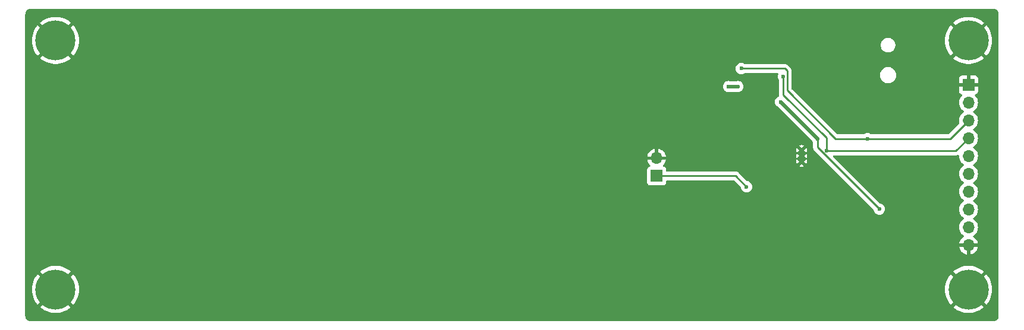
<source format=gbl>
%TF.GenerationSoftware,KiCad,Pcbnew,8.0.5*%
%TF.CreationDate,2024-12-09T00:18:15-08:00*%
%TF.ProjectId,newbatt,6e657762-6174-4742-9e6b-696361645f70,3*%
%TF.SameCoordinates,Original*%
%TF.FileFunction,Copper,L2,Bot*%
%TF.FilePolarity,Positive*%
%FSLAX46Y46*%
G04 Gerber Fmt 4.6, Leading zero omitted, Abs format (unit mm)*
G04 Created by KiCad (PCBNEW 8.0.5) date 2024-12-09 00:18:15*
%MOMM*%
%LPD*%
G01*
G04 APERTURE LIST*
%TA.AperFunction,ComponentPad*%
%ADD10C,3.600000*%
%TD*%
%TA.AperFunction,ConnectorPad*%
%ADD11C,5.700000*%
%TD*%
%TA.AperFunction,ComponentPad*%
%ADD12R,1.700000X1.700000*%
%TD*%
%TA.AperFunction,ComponentPad*%
%ADD13O,1.700000X1.700000*%
%TD*%
%TA.AperFunction,ComponentPad*%
%ADD14C,0.508000*%
%TD*%
%TA.AperFunction,ViaPad*%
%ADD15C,0.600000*%
%TD*%
%TA.AperFunction,Conductor*%
%ADD16C,0.250000*%
%TD*%
%TA.AperFunction,Conductor*%
%ADD17C,1.000000*%
%TD*%
%TA.AperFunction,Conductor*%
%ADD18C,0.500000*%
%TD*%
G04 APERTURE END LIST*
D10*
%TO.P,H4,1,1*%
%TO.N,0*%
X149500000Y-55250000D03*
D11*
X149500000Y-55250000D03*
%TD*%
D10*
%TO.P,H1,1,1*%
%TO.N,0*%
X19500000Y-19750000D03*
D11*
X19500000Y-19750000D03*
%TD*%
D10*
%TO.P,H3,1,1*%
%TO.N,0*%
X149500000Y-19750000D03*
D11*
X149500000Y-19750000D03*
%TD*%
D12*
%TO.P,J2,1,Pin_1*%
%TO.N,0*%
X149500000Y-26070000D03*
D13*
%TO.P,J2,2,Pin_2*%
%TO.N,Net-(J2-Pin_2)*%
X149500000Y-28610000D03*
%TO.P,J2,3,Pin_3*%
%TO.N,/~{PG}*%
X149500000Y-31150000D03*
%TO.P,J2,4,Pin_4*%
%TO.N,/~{CHG}*%
X149500000Y-33690000D03*
%TO.P,J2,5,Pin_5*%
%TO.N,Net-(J2-Pin_5)*%
X149500000Y-36230000D03*
%TO.P,J2,6,Pin_6*%
X149500000Y-38770000D03*
%TO.P,J2,7,Pin_7*%
%TO.N,/~{CHG}*%
X149500000Y-41310000D03*
%TO.P,J2,8,Pin_8*%
%TO.N,/~{PG}*%
X149500000Y-43850000D03*
%TO.P,J2,9,Pin_9*%
%TO.N,Net-(J2-Pin_2)*%
X149500000Y-46390000D03*
%TO.P,J2,10,Pin_10*%
%TO.N,0*%
X149500000Y-48930000D03*
%TD*%
D14*
%TO.P,U1,11,EPAD*%
%TO.N,0*%
X125750000Y-35425200D03*
X125750000Y-36212600D03*
X125750000Y-37000000D03*
%TD*%
D12*
%TO.P,TH1,1*%
%TO.N,Net-(U1-TS)*%
X105100000Y-39075000D03*
D13*
%TO.P,TH1,2*%
%TO.N,0*%
X105100000Y-36535000D03*
%TD*%
D10*
%TO.P,H2,1,1*%
%TO.N,0*%
X19500000Y-55250000D03*
D11*
X19500000Y-55250000D03*
%TD*%
D15*
%TO.N,0*%
X139500000Y-42000000D03*
X134500000Y-38000000D03*
X129500000Y-44000000D03*
X122000000Y-46950000D03*
X124100000Y-40600000D03*
X118200000Y-37900000D03*
X139500000Y-44500000D03*
X133500000Y-44500000D03*
X132300000Y-20400000D03*
X132700000Y-36700000D03*
%TO.N,/~{PG}*%
X117150000Y-23750000D03*
X135100000Y-33750000D03*
%TO.N,/~{CHG}*%
X129250000Y-35500000D03*
X123150000Y-24900000D03*
%TO.N,Net-(U1-TS)*%
X117900000Y-40600000D03*
%TO.N,Net-(JP8-B)*%
X122750000Y-28500000D03*
X116650000Y-26325000D03*
X128000000Y-33750000D03*
X136803769Y-43796231D03*
X115350000Y-26325000D03*
%TD*%
D16*
%TO.N,/~{PG}*%
X123675000Y-24057537D02*
X123367463Y-23750000D01*
X130550000Y-33750000D02*
X123675000Y-26875000D01*
X146900000Y-33750000D02*
X149500000Y-31150000D01*
X135100000Y-33750000D02*
X130550000Y-33750000D01*
X123675000Y-26875000D02*
X123675000Y-24057537D01*
X135100000Y-33750000D02*
X146900000Y-33750000D01*
X123367463Y-23750000D02*
X117150000Y-23750000D01*
D17*
%TO.N,Net-(J2-Pin_2)*%
X149390000Y-28500000D02*
X149500000Y-28610000D01*
D16*
%TO.N,/~{CHG}*%
X129250000Y-33650000D02*
X129250000Y-35500000D01*
X147690000Y-35500000D02*
X149500000Y-33690000D01*
X123150000Y-27550000D02*
X129250000Y-33650000D01*
X129250000Y-35500000D02*
X147690000Y-35500000D01*
X123150000Y-24900000D02*
X123150000Y-27550000D01*
%TO.N,Net-(U1-TS)*%
X117900000Y-40600000D02*
X116375000Y-39075000D01*
X116375000Y-39075000D02*
X105100000Y-39075000D01*
D18*
%TO.N,Net-(JP8-B)*%
X128000000Y-33750000D02*
X122750000Y-28500000D01*
X115350000Y-26325000D02*
X116650000Y-26325000D01*
D16*
X128000000Y-34992463D02*
X128000000Y-33750000D01*
X136803768Y-43796231D02*
X128000000Y-34992463D01*
X136803769Y-43796231D02*
X136803768Y-43796231D01*
%TD*%
%TA.AperFunction,Conductor*%
%TO.N,0*%
G36*
X153006061Y-15201097D02*
G01*
X153016051Y-15202080D01*
X153143824Y-15214665D01*
X153167652Y-15219404D01*
X153294277Y-15257815D01*
X153316725Y-15267114D01*
X153433406Y-15329482D01*
X153453616Y-15342986D01*
X153555891Y-15426920D01*
X153573079Y-15444108D01*
X153657012Y-15546381D01*
X153670517Y-15566593D01*
X153732883Y-15683271D01*
X153742186Y-15705728D01*
X153780593Y-15832338D01*
X153785335Y-15856180D01*
X153798903Y-15993938D01*
X153799500Y-16006092D01*
X153799500Y-58993907D01*
X153798903Y-59006061D01*
X153785335Y-59143819D01*
X153780593Y-59167661D01*
X153742186Y-59294271D01*
X153732883Y-59316728D01*
X153670517Y-59433406D01*
X153657012Y-59453618D01*
X153573079Y-59555891D01*
X153555891Y-59573079D01*
X153453618Y-59657012D01*
X153433406Y-59670517D01*
X153316728Y-59732883D01*
X153294271Y-59742186D01*
X153167661Y-59780593D01*
X153143819Y-59785335D01*
X153006062Y-59798903D01*
X152993908Y-59799500D01*
X16006092Y-59799500D01*
X15993938Y-59798903D01*
X15856180Y-59785335D01*
X15832340Y-59780593D01*
X15705728Y-59742186D01*
X15683271Y-59732883D01*
X15566593Y-59670517D01*
X15546381Y-59657012D01*
X15444108Y-59573079D01*
X15426920Y-59555891D01*
X15342986Y-59453616D01*
X15329482Y-59433406D01*
X15267116Y-59316728D01*
X15257815Y-59294277D01*
X15219404Y-59167652D01*
X15214665Y-59143824D01*
X15201097Y-59006060D01*
X15200500Y-58993907D01*
X15200500Y-55249997D01*
X16145080Y-55249997D01*
X16145080Y-55250002D01*
X16164746Y-55612728D01*
X16223517Y-55971214D01*
X16223519Y-55971222D01*
X16320695Y-56321220D01*
X16320697Y-56321227D01*
X16455152Y-56658684D01*
X16455161Y-56658702D01*
X16625316Y-56979647D01*
X16625318Y-56979651D01*
X16829170Y-57280309D01*
X16829177Y-57280319D01*
X16960969Y-57435475D01*
X16960970Y-57435475D01*
X18205748Y-56190698D01*
X18279588Y-56292330D01*
X18457670Y-56470412D01*
X18559300Y-56544251D01*
X17311888Y-57791662D01*
X17311888Y-57791664D01*
X17328070Y-57806992D01*
X17328071Y-57806993D01*
X17617266Y-58026832D01*
X17617282Y-58026843D01*
X17928522Y-58214109D01*
X17928535Y-58214116D01*
X18258205Y-58366639D01*
X18258210Y-58366640D01*
X18602461Y-58482632D01*
X18957235Y-58560724D01*
X19318366Y-58599999D01*
X19318374Y-58600000D01*
X19681626Y-58600000D01*
X19681633Y-58599999D01*
X20042764Y-58560724D01*
X20397538Y-58482632D01*
X20741789Y-58366640D01*
X20741794Y-58366639D01*
X21071464Y-58214116D01*
X21071477Y-58214109D01*
X21382717Y-58026843D01*
X21382733Y-58026832D01*
X21671929Y-57806992D01*
X21688110Y-57791664D01*
X21688110Y-57791663D01*
X20440698Y-56544251D01*
X20542330Y-56470412D01*
X20720412Y-56292330D01*
X20794251Y-56190698D01*
X22039028Y-57435475D01*
X22039029Y-57435475D01*
X22170827Y-57280311D01*
X22170838Y-57280297D01*
X22374681Y-56979651D01*
X22374683Y-56979647D01*
X22544838Y-56658702D01*
X22544847Y-56658684D01*
X22679302Y-56321227D01*
X22679304Y-56321220D01*
X22776480Y-55971222D01*
X22776482Y-55971214D01*
X22835253Y-55612728D01*
X22854920Y-55250002D01*
X22854920Y-55249997D01*
X146145080Y-55249997D01*
X146145080Y-55250002D01*
X146164746Y-55612728D01*
X146223517Y-55971214D01*
X146223519Y-55971222D01*
X146320695Y-56321220D01*
X146320697Y-56321227D01*
X146455152Y-56658684D01*
X146455161Y-56658702D01*
X146625316Y-56979647D01*
X146625318Y-56979651D01*
X146829170Y-57280309D01*
X146829177Y-57280319D01*
X146960969Y-57435475D01*
X146960970Y-57435475D01*
X148205748Y-56190698D01*
X148279588Y-56292330D01*
X148457670Y-56470412D01*
X148559300Y-56544251D01*
X147311888Y-57791662D01*
X147311888Y-57791664D01*
X147328070Y-57806992D01*
X147328071Y-57806993D01*
X147617266Y-58026832D01*
X147617282Y-58026843D01*
X147928522Y-58214109D01*
X147928535Y-58214116D01*
X148258205Y-58366639D01*
X148258210Y-58366640D01*
X148602461Y-58482632D01*
X148957235Y-58560724D01*
X149318366Y-58599999D01*
X149318374Y-58600000D01*
X149681626Y-58600000D01*
X149681633Y-58599999D01*
X150042764Y-58560724D01*
X150397538Y-58482632D01*
X150741789Y-58366640D01*
X150741794Y-58366639D01*
X151071464Y-58214116D01*
X151071477Y-58214109D01*
X151382717Y-58026843D01*
X151382733Y-58026832D01*
X151671929Y-57806992D01*
X151688110Y-57791664D01*
X151688110Y-57791663D01*
X150440698Y-56544251D01*
X150542330Y-56470412D01*
X150720412Y-56292330D01*
X150794251Y-56190698D01*
X152039028Y-57435475D01*
X152039029Y-57435475D01*
X152170827Y-57280311D01*
X152170838Y-57280297D01*
X152374681Y-56979651D01*
X152374683Y-56979647D01*
X152544838Y-56658702D01*
X152544847Y-56658684D01*
X152679302Y-56321227D01*
X152679304Y-56321220D01*
X152776480Y-55971222D01*
X152776482Y-55971214D01*
X152835253Y-55612728D01*
X152854920Y-55250002D01*
X152854920Y-55249997D01*
X152835253Y-54887271D01*
X152776482Y-54528785D01*
X152776480Y-54528777D01*
X152679304Y-54178779D01*
X152679302Y-54178772D01*
X152544847Y-53841315D01*
X152544838Y-53841297D01*
X152374683Y-53520352D01*
X152374681Y-53520348D01*
X152170829Y-53219690D01*
X152170822Y-53219680D01*
X152039029Y-53064523D01*
X152039028Y-53064523D01*
X150794251Y-54309300D01*
X150720412Y-54207670D01*
X150542330Y-54029588D01*
X150440698Y-53955748D01*
X151688110Y-52708336D01*
X151688110Y-52708334D01*
X151671929Y-52693007D01*
X151671928Y-52693006D01*
X151382733Y-52473167D01*
X151382717Y-52473156D01*
X151071477Y-52285890D01*
X151071464Y-52285883D01*
X150741794Y-52133360D01*
X150741789Y-52133359D01*
X150397538Y-52017367D01*
X150042764Y-51939275D01*
X149681633Y-51900000D01*
X149318366Y-51900000D01*
X148957235Y-51939275D01*
X148602461Y-52017367D01*
X148258210Y-52133359D01*
X148258205Y-52133360D01*
X147928535Y-52285883D01*
X147928522Y-52285890D01*
X147617282Y-52473156D01*
X147617266Y-52473167D01*
X147328075Y-52693002D01*
X147311888Y-52708335D01*
X147311887Y-52708335D01*
X148559301Y-53955748D01*
X148457670Y-54029588D01*
X148279588Y-54207670D01*
X148205748Y-54309300D01*
X146960970Y-53064522D01*
X146960969Y-53064523D01*
X146829177Y-53219680D01*
X146829170Y-53219690D01*
X146625318Y-53520348D01*
X146625316Y-53520352D01*
X146455161Y-53841297D01*
X146455152Y-53841315D01*
X146320697Y-54178772D01*
X146320695Y-54178779D01*
X146223519Y-54528777D01*
X146223517Y-54528785D01*
X146164746Y-54887271D01*
X146145080Y-55249997D01*
X22854920Y-55249997D01*
X22835253Y-54887271D01*
X22776482Y-54528785D01*
X22776480Y-54528777D01*
X22679304Y-54178779D01*
X22679302Y-54178772D01*
X22544847Y-53841315D01*
X22544838Y-53841297D01*
X22374683Y-53520352D01*
X22374681Y-53520348D01*
X22170829Y-53219690D01*
X22170822Y-53219680D01*
X22039029Y-53064523D01*
X22039028Y-53064523D01*
X20794251Y-54309300D01*
X20720412Y-54207670D01*
X20542330Y-54029588D01*
X20440698Y-53955748D01*
X21688110Y-52708336D01*
X21688110Y-52708334D01*
X21671929Y-52693007D01*
X21671928Y-52693006D01*
X21382733Y-52473167D01*
X21382717Y-52473156D01*
X21071477Y-52285890D01*
X21071464Y-52285883D01*
X20741794Y-52133360D01*
X20741789Y-52133359D01*
X20397538Y-52017367D01*
X20042764Y-51939275D01*
X19681633Y-51900000D01*
X19318366Y-51900000D01*
X18957235Y-51939275D01*
X18602461Y-52017367D01*
X18258210Y-52133359D01*
X18258205Y-52133360D01*
X17928535Y-52285883D01*
X17928522Y-52285890D01*
X17617282Y-52473156D01*
X17617266Y-52473167D01*
X17328075Y-52693002D01*
X17311888Y-52708335D01*
X17311887Y-52708335D01*
X18559301Y-53955748D01*
X18457670Y-54029588D01*
X18279588Y-54207670D01*
X18205748Y-54309300D01*
X16960970Y-53064522D01*
X16960969Y-53064523D01*
X16829177Y-53219680D01*
X16829170Y-53219690D01*
X16625318Y-53520348D01*
X16625316Y-53520352D01*
X16455161Y-53841297D01*
X16455152Y-53841315D01*
X16320697Y-54178772D01*
X16320695Y-54178779D01*
X16223519Y-54528777D01*
X16223517Y-54528785D01*
X16164746Y-54887271D01*
X16145080Y-55249997D01*
X15200500Y-55249997D01*
X15200500Y-38177135D01*
X103749500Y-38177135D01*
X103749500Y-39972870D01*
X103749501Y-39972876D01*
X103755908Y-40032483D01*
X103806202Y-40167328D01*
X103806206Y-40167335D01*
X103892452Y-40282544D01*
X103892455Y-40282547D01*
X104007664Y-40368793D01*
X104007671Y-40368797D01*
X104142517Y-40419091D01*
X104142516Y-40419091D01*
X104149444Y-40419835D01*
X104202127Y-40425500D01*
X105997872Y-40425499D01*
X106057483Y-40419091D01*
X106192331Y-40368796D01*
X106307546Y-40282546D01*
X106393796Y-40167331D01*
X106444091Y-40032483D01*
X106450500Y-39972873D01*
X106450500Y-39824500D01*
X106470185Y-39757461D01*
X106522989Y-39711706D01*
X106574500Y-39700500D01*
X116064548Y-39700500D01*
X116131587Y-39720185D01*
X116152229Y-39736819D01*
X117073787Y-40658378D01*
X117107272Y-40719701D01*
X117109326Y-40732174D01*
X117114630Y-40779249D01*
X117174210Y-40949521D01*
X117252794Y-41074586D01*
X117270184Y-41102262D01*
X117397738Y-41229816D01*
X117550478Y-41325789D01*
X117720745Y-41385368D01*
X117720750Y-41385369D01*
X117899996Y-41405565D01*
X117900000Y-41405565D01*
X117900004Y-41405565D01*
X118079249Y-41385369D01*
X118079252Y-41385368D01*
X118079255Y-41385368D01*
X118249522Y-41325789D01*
X118402262Y-41229816D01*
X118529816Y-41102262D01*
X118625789Y-40949522D01*
X118685368Y-40779255D01*
X118692078Y-40719701D01*
X118705565Y-40600003D01*
X118705565Y-40599996D01*
X118685369Y-40420750D01*
X118685368Y-40420745D01*
X118633147Y-40271506D01*
X118625789Y-40250478D01*
X118529816Y-40097738D01*
X118402262Y-39970184D01*
X118351718Y-39938425D01*
X118249521Y-39874210D01*
X118079249Y-39814630D01*
X118032174Y-39809326D01*
X117967760Y-39782259D01*
X117958378Y-39773787D01*
X116867928Y-38683338D01*
X116867925Y-38683334D01*
X116867925Y-38683335D01*
X116860858Y-38676268D01*
X116860858Y-38676267D01*
X116773733Y-38589142D01*
X116773732Y-38589141D01*
X116773731Y-38589140D01*
X116722509Y-38554915D01*
X116671287Y-38520689D01*
X116671286Y-38520688D01*
X116671283Y-38520686D01*
X116671280Y-38520685D01*
X116590792Y-38487347D01*
X116557453Y-38473537D01*
X116547427Y-38471543D01*
X116497029Y-38461518D01*
X116436610Y-38449500D01*
X116436607Y-38449500D01*
X116436606Y-38449500D01*
X106574499Y-38449500D01*
X106507460Y-38429815D01*
X106461705Y-38377011D01*
X106450499Y-38325500D01*
X106450499Y-38177129D01*
X106450498Y-38177123D01*
X106450497Y-38177116D01*
X106444091Y-38117517D01*
X106393796Y-37982669D01*
X106393795Y-37982668D01*
X106393793Y-37982664D01*
X106307547Y-37867455D01*
X106307544Y-37867452D01*
X106192335Y-37781206D01*
X106192328Y-37781202D01*
X106060401Y-37731997D01*
X106004467Y-37690126D01*
X106001920Y-37683297D01*
X125420255Y-37683297D01*
X125420779Y-37683626D01*
X125581165Y-37739748D01*
X125749996Y-37758771D01*
X125750004Y-37758771D01*
X125918836Y-37739748D01*
X126079215Y-37683629D01*
X126079221Y-37683627D01*
X126079744Y-37683298D01*
X126079744Y-37683297D01*
X125750001Y-37353553D01*
X125750000Y-37353553D01*
X125420255Y-37683297D01*
X106001920Y-37683297D01*
X105980050Y-37624662D01*
X105994902Y-37556389D01*
X106016053Y-37528133D01*
X106138108Y-37406078D01*
X106273600Y-37212578D01*
X106372728Y-36999996D01*
X124991229Y-36999996D01*
X124991229Y-37000003D01*
X125010251Y-37168836D01*
X125066371Y-37329219D01*
X125066700Y-37329744D01*
X125396446Y-37000000D01*
X125371184Y-36974738D01*
X125623000Y-36974738D01*
X125623000Y-37025262D01*
X125642335Y-37071940D01*
X125678060Y-37107665D01*
X125724738Y-37127000D01*
X125775262Y-37127000D01*
X125821940Y-37107665D01*
X125857665Y-37071940D01*
X125877000Y-37025262D01*
X125877000Y-36999999D01*
X126103553Y-36999999D01*
X126103553Y-37000000D01*
X126433297Y-37329744D01*
X126433298Y-37329744D01*
X126433627Y-37329221D01*
X126433629Y-37329215D01*
X126489748Y-37168836D01*
X126508771Y-37000003D01*
X126508771Y-36999996D01*
X126489748Y-36831165D01*
X126433625Y-36670774D01*
X126430609Y-36664509D01*
X126432157Y-36663763D01*
X126431190Y-36660341D01*
X126409572Y-36693980D01*
X126103553Y-36999999D01*
X125877000Y-36999999D01*
X125877000Y-36974738D01*
X125857665Y-36928060D01*
X125821940Y-36892335D01*
X125775262Y-36873000D01*
X125724738Y-36873000D01*
X125678060Y-36892335D01*
X125642335Y-36928060D01*
X125623000Y-36974738D01*
X125371184Y-36974738D01*
X125090426Y-36693980D01*
X125070062Y-36656686D01*
X125067957Y-36663868D01*
X125069368Y-36664546D01*
X125066374Y-36670774D01*
X125010251Y-36831165D01*
X124991229Y-36999996D01*
X106372728Y-36999996D01*
X106373429Y-36998492D01*
X106373432Y-36998486D01*
X106430636Y-36785000D01*
X105533012Y-36785000D01*
X105565925Y-36727993D01*
X105598533Y-36606299D01*
X125709853Y-36606299D01*
X125750000Y-36646446D01*
X125790146Y-36606301D01*
X125790146Y-36606300D01*
X125750000Y-36566153D01*
X125709853Y-36606299D01*
X105598533Y-36606299D01*
X105600000Y-36600826D01*
X105600000Y-36469174D01*
X105565925Y-36342007D01*
X105533012Y-36285000D01*
X106430636Y-36285000D01*
X106430635Y-36284999D01*
X106411235Y-36212596D01*
X124991229Y-36212596D01*
X124991229Y-36212603D01*
X125010251Y-36381436D01*
X125066372Y-36541821D01*
X125069381Y-36548075D01*
X125067850Y-36548811D01*
X125068817Y-36552240D01*
X125090426Y-36518617D01*
X125396445Y-36212599D01*
X125371184Y-36187338D01*
X125623000Y-36187338D01*
X125623000Y-36237862D01*
X125642335Y-36284540D01*
X125678060Y-36320265D01*
X125724738Y-36339600D01*
X125775262Y-36339600D01*
X125821940Y-36320265D01*
X125857665Y-36284540D01*
X125877000Y-36237862D01*
X125877000Y-36212599D01*
X126103553Y-36212599D01*
X126103553Y-36212600D01*
X126409572Y-36518618D01*
X126429983Y-36555997D01*
X126432092Y-36548825D01*
X126430598Y-36548105D01*
X126433629Y-36541815D01*
X126489748Y-36381436D01*
X126508771Y-36212603D01*
X126508771Y-36212596D01*
X126489748Y-36043765D01*
X126433625Y-35883374D01*
X126430609Y-35877109D01*
X126432157Y-35876363D01*
X126431190Y-35872941D01*
X126409572Y-35906580D01*
X126103553Y-36212599D01*
X125877000Y-36212599D01*
X125877000Y-36187338D01*
X125857665Y-36140660D01*
X125821940Y-36104935D01*
X125775262Y-36085600D01*
X125724738Y-36085600D01*
X125678060Y-36104935D01*
X125642335Y-36140660D01*
X125623000Y-36187338D01*
X125371184Y-36187338D01*
X125090426Y-35906580D01*
X125070062Y-35869286D01*
X125067957Y-35876468D01*
X125069368Y-35877146D01*
X125066374Y-35883374D01*
X125010251Y-36043765D01*
X124991229Y-36212596D01*
X106411235Y-36212596D01*
X106373432Y-36071513D01*
X106373429Y-36071507D01*
X106273600Y-35857422D01*
X106273599Y-35857420D01*
X106246626Y-35818899D01*
X125709853Y-35818899D01*
X125750000Y-35859046D01*
X125790146Y-35818901D01*
X125790146Y-35818900D01*
X125750000Y-35778753D01*
X125709853Y-35818899D01*
X106246626Y-35818899D01*
X106138113Y-35663926D01*
X106138108Y-35663920D01*
X105971082Y-35496894D01*
X105868688Y-35425196D01*
X124991229Y-35425196D01*
X124991229Y-35425203D01*
X125010251Y-35594036D01*
X125066372Y-35754421D01*
X125069381Y-35760675D01*
X125067850Y-35761411D01*
X125068817Y-35764840D01*
X125090426Y-35731217D01*
X125396445Y-35425199D01*
X125371184Y-35399938D01*
X125623000Y-35399938D01*
X125623000Y-35450462D01*
X125642335Y-35497140D01*
X125678060Y-35532865D01*
X125724738Y-35552200D01*
X125775262Y-35552200D01*
X125821940Y-35532865D01*
X125857665Y-35497140D01*
X125877000Y-35450462D01*
X125877000Y-35425200D01*
X126103553Y-35425200D01*
X126409572Y-35731218D01*
X126429983Y-35768597D01*
X126432092Y-35761425D01*
X126430598Y-35760705D01*
X126433629Y-35754415D01*
X126489748Y-35594036D01*
X126508771Y-35425203D01*
X126508771Y-35425196D01*
X126489748Y-35256365D01*
X126433626Y-35095979D01*
X126433297Y-35095455D01*
X126103553Y-35425200D01*
X125877000Y-35425200D01*
X125877000Y-35399938D01*
X125857665Y-35353260D01*
X125821940Y-35317535D01*
X125775262Y-35298200D01*
X125724738Y-35298200D01*
X125678060Y-35317535D01*
X125642335Y-35353260D01*
X125623000Y-35399938D01*
X125371184Y-35399938D01*
X125066701Y-35095455D01*
X125066372Y-35095980D01*
X125010251Y-35256365D01*
X124991229Y-35425196D01*
X105868688Y-35425196D01*
X105777578Y-35361399D01*
X105563492Y-35261570D01*
X105563486Y-35261567D01*
X105350000Y-35204364D01*
X105350000Y-36101988D01*
X105292993Y-36069075D01*
X105165826Y-36035000D01*
X105034174Y-36035000D01*
X104907007Y-36069075D01*
X104850000Y-36101988D01*
X104850000Y-35204364D01*
X104849999Y-35204364D01*
X104636513Y-35261567D01*
X104636507Y-35261570D01*
X104422422Y-35361399D01*
X104422420Y-35361400D01*
X104228926Y-35496886D01*
X104228920Y-35496891D01*
X104061891Y-35663920D01*
X104061886Y-35663926D01*
X103926400Y-35857420D01*
X103926399Y-35857422D01*
X103826570Y-36071507D01*
X103826567Y-36071513D01*
X103769364Y-36284999D01*
X103769364Y-36285000D01*
X104666988Y-36285000D01*
X104634075Y-36342007D01*
X104600000Y-36469174D01*
X104600000Y-36600826D01*
X104634075Y-36727993D01*
X104666988Y-36785000D01*
X103769364Y-36785000D01*
X103826567Y-36998486D01*
X103826570Y-36998492D01*
X103926399Y-37212578D01*
X104061894Y-37406082D01*
X104183946Y-37528134D01*
X104217431Y-37589457D01*
X104212447Y-37659149D01*
X104170575Y-37715082D01*
X104139598Y-37731997D01*
X104007671Y-37781202D01*
X104007664Y-37781206D01*
X103892455Y-37867452D01*
X103892452Y-37867455D01*
X103806206Y-37982664D01*
X103806202Y-37982671D01*
X103755908Y-38117517D01*
X103749501Y-38177116D01*
X103749501Y-38177123D01*
X103749500Y-38177135D01*
X15200500Y-38177135D01*
X15200500Y-34741901D01*
X125420255Y-34741901D01*
X125750000Y-35071646D01*
X125750001Y-35071646D01*
X126079744Y-34741900D01*
X126079219Y-34741571D01*
X125918836Y-34685451D01*
X125750004Y-34666429D01*
X125749996Y-34666429D01*
X125581165Y-34685451D01*
X125420780Y-34741572D01*
X125420255Y-34741901D01*
X15200500Y-34741901D01*
X15200500Y-26324996D01*
X114544435Y-26324996D01*
X114544435Y-26325003D01*
X114564630Y-26504249D01*
X114564631Y-26504254D01*
X114624211Y-26674523D01*
X114720184Y-26827262D01*
X114847738Y-26954816D01*
X115000478Y-27050789D01*
X115071098Y-27075500D01*
X115170745Y-27110368D01*
X115170750Y-27110369D01*
X115349996Y-27130565D01*
X115350000Y-27130565D01*
X115350004Y-27130565D01*
X115529249Y-27110369D01*
X115529252Y-27110368D01*
X115529255Y-27110368D01*
X115609017Y-27082457D01*
X115649972Y-27075500D01*
X116350028Y-27075500D01*
X116390983Y-27082458D01*
X116470745Y-27110368D01*
X116470750Y-27110369D01*
X116649996Y-27130565D01*
X116650000Y-27130565D01*
X116650004Y-27130565D01*
X116829249Y-27110369D01*
X116829252Y-27110368D01*
X116829255Y-27110368D01*
X116999522Y-27050789D01*
X117152262Y-26954816D01*
X117279816Y-26827262D01*
X117375789Y-26674522D01*
X117435368Y-26504255D01*
X117435369Y-26504249D01*
X117455565Y-26325003D01*
X117455565Y-26324996D01*
X117435369Y-26145750D01*
X117435368Y-26145745D01*
X117375788Y-25975476D01*
X117336582Y-25913080D01*
X117279816Y-25822738D01*
X117152262Y-25695184D01*
X116999523Y-25599211D01*
X116829254Y-25539631D01*
X116829249Y-25539630D01*
X116650004Y-25519435D01*
X116649996Y-25519435D01*
X116470750Y-25539630D01*
X116470745Y-25539631D01*
X116390983Y-25567542D01*
X116350028Y-25574500D01*
X115649972Y-25574500D01*
X115609017Y-25567542D01*
X115529254Y-25539631D01*
X115529249Y-25539630D01*
X115350004Y-25519435D01*
X115349996Y-25519435D01*
X115170750Y-25539630D01*
X115170745Y-25539631D01*
X115000476Y-25599211D01*
X114847737Y-25695184D01*
X114720184Y-25822737D01*
X114624211Y-25975476D01*
X114564631Y-26145745D01*
X114564630Y-26145750D01*
X114544435Y-26324996D01*
X15200500Y-26324996D01*
X15200500Y-23749996D01*
X116344435Y-23749996D01*
X116344435Y-23750003D01*
X116364630Y-23929249D01*
X116364631Y-23929254D01*
X116424211Y-24099523D01*
X116520184Y-24252262D01*
X116647738Y-24379816D01*
X116671117Y-24394506D01*
X116756234Y-24447989D01*
X116800478Y-24475789D01*
X116970745Y-24535368D01*
X116970750Y-24535369D01*
X117149996Y-24555565D01*
X117150000Y-24555565D01*
X117150004Y-24555565D01*
X117329249Y-24535369D01*
X117329252Y-24535368D01*
X117329255Y-24535368D01*
X117499522Y-24475789D01*
X117628883Y-24394505D01*
X117694855Y-24375500D01*
X122311130Y-24375500D01*
X122378169Y-24395185D01*
X122423924Y-24447989D01*
X122433868Y-24517147D01*
X122425792Y-24543653D01*
X122426511Y-24543905D01*
X122364631Y-24720745D01*
X122364630Y-24720750D01*
X122344435Y-24899996D01*
X122344435Y-24900003D01*
X122364630Y-25079249D01*
X122364631Y-25079254D01*
X122424211Y-25249524D01*
X122505493Y-25378881D01*
X122524500Y-25444854D01*
X122524500Y-27611607D01*
X122525653Y-27617405D01*
X122519424Y-27686996D01*
X122476560Y-27742173D01*
X122444991Y-27758635D01*
X122400476Y-27774211D01*
X122400475Y-27774212D01*
X122247737Y-27870184D01*
X122120184Y-27997737D01*
X122024211Y-28150476D01*
X121964631Y-28320745D01*
X121964630Y-28320750D01*
X121944435Y-28499996D01*
X121944435Y-28500003D01*
X121964630Y-28679249D01*
X121964631Y-28679254D01*
X122024211Y-28849523D01*
X122120184Y-29002262D01*
X122247738Y-29129816D01*
X122400478Y-29225789D01*
X122406754Y-29228811D01*
X122405867Y-29230651D01*
X122441940Y-29253307D01*
X127246692Y-34058059D01*
X127269358Y-34094125D01*
X127271188Y-34093244D01*
X127274209Y-34099518D01*
X127274211Y-34099522D01*
X127355494Y-34228883D01*
X127374500Y-34294854D01*
X127374500Y-35054074D01*
X127398535Y-35174907D01*
X127398540Y-35174924D01*
X127445685Y-35288744D01*
X127445687Y-35288748D01*
X127467068Y-35320745D01*
X127467069Y-35320747D01*
X127514141Y-35391195D01*
X127514144Y-35391199D01*
X127605586Y-35482641D01*
X127605608Y-35482661D01*
X135977556Y-43854609D01*
X136011041Y-43915932D01*
X136013095Y-43928405D01*
X136018399Y-43975480D01*
X136077979Y-44145752D01*
X136173953Y-44298493D01*
X136301507Y-44426047D01*
X136454247Y-44522020D01*
X136624514Y-44581599D01*
X136624519Y-44581600D01*
X136803765Y-44601796D01*
X136803769Y-44601796D01*
X136803773Y-44601796D01*
X136983018Y-44581600D01*
X136983021Y-44581599D01*
X136983024Y-44581599D01*
X137153291Y-44522020D01*
X137306031Y-44426047D01*
X137433585Y-44298493D01*
X137529558Y-44145753D01*
X137589137Y-43975486D01*
X137595847Y-43915932D01*
X137609334Y-43796234D01*
X137609334Y-43796227D01*
X137589138Y-43616981D01*
X137589137Y-43616976D01*
X137529557Y-43446707D01*
X137433584Y-43293968D01*
X137306031Y-43166415D01*
X137153290Y-43070441D01*
X136983018Y-43010861D01*
X136935941Y-43005557D01*
X136871528Y-42978490D01*
X136862145Y-42970018D01*
X130229308Y-36337181D01*
X130195823Y-36275858D01*
X130200807Y-36206166D01*
X130242679Y-36150233D01*
X130308143Y-36125816D01*
X130316989Y-36125500D01*
X147751608Y-36125500D01*
X147751608Y-36125499D01*
X147815978Y-36112696D01*
X147815979Y-36112696D01*
X147835150Y-36108882D01*
X147872452Y-36101463D01*
X147905792Y-36087652D01*
X147977448Y-36057972D01*
X148046912Y-36050506D01*
X148109391Y-36081781D01*
X148145043Y-36141871D01*
X148148422Y-36183340D01*
X148144341Y-36229994D01*
X148144341Y-36230000D01*
X148164936Y-36465403D01*
X148164938Y-36465413D01*
X148226094Y-36693655D01*
X148226096Y-36693659D01*
X148226097Y-36693663D01*
X148318740Y-36892335D01*
X148325965Y-36907830D01*
X148325967Y-36907834D01*
X148461501Y-37101395D01*
X148461506Y-37101402D01*
X148628597Y-37268493D01*
X148628603Y-37268498D01*
X148814158Y-37398425D01*
X148857783Y-37453002D01*
X148864977Y-37522500D01*
X148833454Y-37584855D01*
X148814158Y-37601575D01*
X148628597Y-37731505D01*
X148461505Y-37898597D01*
X148325965Y-38092169D01*
X148325964Y-38092171D01*
X148226098Y-38306335D01*
X148226094Y-38306344D01*
X148164938Y-38534586D01*
X148164936Y-38534596D01*
X148144341Y-38769999D01*
X148144341Y-38770000D01*
X148164936Y-39005403D01*
X148164938Y-39005413D01*
X148226094Y-39233655D01*
X148226096Y-39233659D01*
X148226097Y-39233663D01*
X148325965Y-39447830D01*
X148325967Y-39447834D01*
X148461501Y-39641395D01*
X148461506Y-39641402D01*
X148628597Y-39808493D01*
X148628603Y-39808498D01*
X148814158Y-39938425D01*
X148857783Y-39993002D01*
X148864977Y-40062500D01*
X148833454Y-40124855D01*
X148814158Y-40141575D01*
X148628597Y-40271505D01*
X148461505Y-40438597D01*
X148325965Y-40632169D01*
X148325964Y-40632171D01*
X148226098Y-40846335D01*
X148226094Y-40846344D01*
X148164938Y-41074586D01*
X148164936Y-41074596D01*
X148144341Y-41309999D01*
X148144341Y-41310000D01*
X148164936Y-41545403D01*
X148164938Y-41545413D01*
X148226094Y-41773655D01*
X148226096Y-41773659D01*
X148226097Y-41773663D01*
X148325965Y-41987830D01*
X148325967Y-41987834D01*
X148461501Y-42181395D01*
X148461506Y-42181402D01*
X148628597Y-42348493D01*
X148628603Y-42348498D01*
X148814158Y-42478425D01*
X148857783Y-42533002D01*
X148864977Y-42602500D01*
X148833454Y-42664855D01*
X148814158Y-42681575D01*
X148628597Y-42811505D01*
X148461505Y-42978597D01*
X148325965Y-43172169D01*
X148325964Y-43172171D01*
X148226098Y-43386335D01*
X148226094Y-43386344D01*
X148164938Y-43614586D01*
X148164936Y-43614596D01*
X148144341Y-43849999D01*
X148144341Y-43850000D01*
X148164936Y-44085403D01*
X148164938Y-44085413D01*
X148226094Y-44313655D01*
X148226096Y-44313659D01*
X148226097Y-44313663D01*
X148278502Y-44426046D01*
X148325965Y-44527830D01*
X148325967Y-44527834D01*
X148461501Y-44721395D01*
X148461506Y-44721402D01*
X148628597Y-44888493D01*
X148628603Y-44888498D01*
X148814158Y-45018425D01*
X148857783Y-45073002D01*
X148864977Y-45142500D01*
X148833454Y-45204855D01*
X148814158Y-45221575D01*
X148628597Y-45351505D01*
X148461505Y-45518597D01*
X148325965Y-45712169D01*
X148325964Y-45712171D01*
X148226098Y-45926335D01*
X148226094Y-45926344D01*
X148164938Y-46154586D01*
X148164936Y-46154596D01*
X148144341Y-46389999D01*
X148144341Y-46390000D01*
X148164936Y-46625403D01*
X148164938Y-46625413D01*
X148226094Y-46853655D01*
X148226096Y-46853659D01*
X148226097Y-46853663D01*
X148325965Y-47067830D01*
X148325967Y-47067834D01*
X148461501Y-47261395D01*
X148461506Y-47261402D01*
X148628597Y-47428493D01*
X148628603Y-47428498D01*
X148814594Y-47558730D01*
X148858219Y-47613307D01*
X148865413Y-47682805D01*
X148833890Y-47745160D01*
X148814595Y-47761880D01*
X148628922Y-47891890D01*
X148628920Y-47891891D01*
X148461891Y-48058920D01*
X148461886Y-48058926D01*
X148326400Y-48252420D01*
X148326399Y-48252422D01*
X148226570Y-48466507D01*
X148226567Y-48466513D01*
X148169364Y-48679999D01*
X148169364Y-48680000D01*
X149066988Y-48680000D01*
X149034075Y-48737007D01*
X149000000Y-48864174D01*
X149000000Y-48995826D01*
X149034075Y-49122993D01*
X149066988Y-49180000D01*
X148169364Y-49180000D01*
X148226567Y-49393486D01*
X148226570Y-49393492D01*
X148326399Y-49607578D01*
X148461894Y-49801082D01*
X148628917Y-49968105D01*
X148822421Y-50103600D01*
X149036507Y-50203429D01*
X149036516Y-50203433D01*
X149250000Y-50260634D01*
X149250000Y-49363012D01*
X149307007Y-49395925D01*
X149434174Y-49430000D01*
X149565826Y-49430000D01*
X149692993Y-49395925D01*
X149750000Y-49363012D01*
X149750000Y-50260633D01*
X149963483Y-50203433D01*
X149963492Y-50203429D01*
X150177578Y-50103600D01*
X150371082Y-49968105D01*
X150538105Y-49801082D01*
X150673600Y-49607578D01*
X150773429Y-49393492D01*
X150773432Y-49393486D01*
X150830636Y-49180000D01*
X149933012Y-49180000D01*
X149965925Y-49122993D01*
X150000000Y-48995826D01*
X150000000Y-48864174D01*
X149965925Y-48737007D01*
X149933012Y-48680000D01*
X150830636Y-48680000D01*
X150830635Y-48679999D01*
X150773432Y-48466513D01*
X150773429Y-48466507D01*
X150673600Y-48252422D01*
X150673599Y-48252420D01*
X150538113Y-48058926D01*
X150538108Y-48058920D01*
X150371078Y-47891890D01*
X150185405Y-47761879D01*
X150141780Y-47707302D01*
X150134588Y-47637804D01*
X150166110Y-47575449D01*
X150185406Y-47558730D01*
X150371401Y-47428495D01*
X150538495Y-47261401D01*
X150674035Y-47067830D01*
X150773903Y-46853663D01*
X150835063Y-46625408D01*
X150855659Y-46390000D01*
X150835063Y-46154592D01*
X150773903Y-45926337D01*
X150674035Y-45712171D01*
X150538495Y-45518599D01*
X150538494Y-45518597D01*
X150371402Y-45351506D01*
X150371396Y-45351501D01*
X150185842Y-45221575D01*
X150142217Y-45166998D01*
X150135023Y-45097500D01*
X150166546Y-45035145D01*
X150185842Y-45018425D01*
X150208026Y-45002891D01*
X150371401Y-44888495D01*
X150538495Y-44721401D01*
X150674035Y-44527830D01*
X150773903Y-44313663D01*
X150835063Y-44085408D01*
X150855659Y-43850000D01*
X150835063Y-43614592D01*
X150773903Y-43386337D01*
X150674035Y-43172171D01*
X150602804Y-43070441D01*
X150538494Y-42978597D01*
X150371402Y-42811506D01*
X150371396Y-42811501D01*
X150185842Y-42681575D01*
X150142217Y-42626998D01*
X150135023Y-42557500D01*
X150166546Y-42495145D01*
X150185842Y-42478425D01*
X150208026Y-42462891D01*
X150371401Y-42348495D01*
X150538495Y-42181401D01*
X150674035Y-41987830D01*
X150773903Y-41773663D01*
X150835063Y-41545408D01*
X150855659Y-41310000D01*
X150835063Y-41074592D01*
X150773903Y-40846337D01*
X150674035Y-40632171D01*
X150538495Y-40438599D01*
X150538494Y-40438597D01*
X150371402Y-40271506D01*
X150371396Y-40271501D01*
X150185842Y-40141575D01*
X150142217Y-40086998D01*
X150135023Y-40017500D01*
X150166546Y-39955145D01*
X150185842Y-39938425D01*
X150277550Y-39874210D01*
X150371401Y-39808495D01*
X150538495Y-39641401D01*
X150674035Y-39447830D01*
X150773903Y-39233663D01*
X150835063Y-39005408D01*
X150855659Y-38770000D01*
X150835063Y-38534592D01*
X150773903Y-38306337D01*
X150674035Y-38092171D01*
X150597362Y-37982669D01*
X150538494Y-37898597D01*
X150371402Y-37731506D01*
X150371396Y-37731501D01*
X150185842Y-37601575D01*
X150142217Y-37546998D01*
X150135023Y-37477500D01*
X150166546Y-37415145D01*
X150185842Y-37398425D01*
X150284684Y-37329215D01*
X150371401Y-37268495D01*
X150538495Y-37101401D01*
X150674035Y-36907830D01*
X150773903Y-36693663D01*
X150835063Y-36465408D01*
X150855659Y-36230000D01*
X150855658Y-36229994D01*
X150848680Y-36150233D01*
X150835063Y-35994592D01*
X150773903Y-35766337D01*
X150674035Y-35552171D01*
X150635325Y-35496886D01*
X150538494Y-35358597D01*
X150371402Y-35191506D01*
X150371396Y-35191501D01*
X150185842Y-35061575D01*
X150142217Y-35006998D01*
X150135023Y-34937500D01*
X150166546Y-34875145D01*
X150185842Y-34858425D01*
X150266409Y-34802011D01*
X150371401Y-34728495D01*
X150538495Y-34561401D01*
X150674035Y-34367830D01*
X150773903Y-34153663D01*
X150835063Y-33925408D01*
X150855659Y-33690000D01*
X150835063Y-33454592D01*
X150773903Y-33226337D01*
X150674035Y-33012171D01*
X150640748Y-32964631D01*
X150538494Y-32818597D01*
X150371402Y-32651506D01*
X150371396Y-32651501D01*
X150185842Y-32521575D01*
X150142217Y-32466998D01*
X150135023Y-32397500D01*
X150166546Y-32335145D01*
X150185842Y-32318425D01*
X150208026Y-32302891D01*
X150371401Y-32188495D01*
X150538495Y-32021401D01*
X150674035Y-31827830D01*
X150773903Y-31613663D01*
X150835063Y-31385408D01*
X150855659Y-31150000D01*
X150835063Y-30914592D01*
X150773903Y-30686337D01*
X150674035Y-30472171D01*
X150538495Y-30278599D01*
X150538494Y-30278597D01*
X150371402Y-30111506D01*
X150371396Y-30111501D01*
X150185842Y-29981575D01*
X150142217Y-29926998D01*
X150135023Y-29857500D01*
X150166546Y-29795145D01*
X150185842Y-29778425D01*
X150208026Y-29762891D01*
X150371401Y-29648495D01*
X150538495Y-29481401D01*
X150674035Y-29287830D01*
X150773903Y-29073663D01*
X150835063Y-28845408D01*
X150855659Y-28610000D01*
X150835063Y-28374592D01*
X150773903Y-28146337D01*
X150674035Y-27932171D01*
X150630631Y-27870184D01*
X150538496Y-27738600D01*
X150486892Y-27686996D01*
X150416179Y-27616283D01*
X150382696Y-27554963D01*
X150387680Y-27485271D01*
X150429551Y-27429337D01*
X150460529Y-27412422D01*
X150592086Y-27363354D01*
X150592093Y-27363350D01*
X150707187Y-27277190D01*
X150707190Y-27277187D01*
X150793350Y-27162093D01*
X150793354Y-27162086D01*
X150843596Y-27027379D01*
X150843598Y-27027372D01*
X150849999Y-26967844D01*
X150850000Y-26967827D01*
X150850000Y-26320000D01*
X149933012Y-26320000D01*
X149965925Y-26262993D01*
X150000000Y-26135826D01*
X150000000Y-26004174D01*
X149965925Y-25877007D01*
X149933012Y-25820000D01*
X150850000Y-25820000D01*
X150850000Y-25172172D01*
X150849999Y-25172155D01*
X150843598Y-25112627D01*
X150843596Y-25112620D01*
X150793354Y-24977913D01*
X150793350Y-24977906D01*
X150707190Y-24862812D01*
X150707187Y-24862809D01*
X150592093Y-24776649D01*
X150592086Y-24776645D01*
X150457379Y-24726403D01*
X150457372Y-24726401D01*
X150397844Y-24720000D01*
X149750000Y-24720000D01*
X149750000Y-25636988D01*
X149692993Y-25604075D01*
X149565826Y-25570000D01*
X149434174Y-25570000D01*
X149307007Y-25604075D01*
X149250000Y-25636988D01*
X149250000Y-24720000D01*
X148602155Y-24720000D01*
X148542627Y-24726401D01*
X148542620Y-24726403D01*
X148407913Y-24776645D01*
X148407906Y-24776649D01*
X148292812Y-24862809D01*
X148292809Y-24862812D01*
X148206649Y-24977906D01*
X148206645Y-24977913D01*
X148156403Y-25112620D01*
X148156401Y-25112627D01*
X148150000Y-25172155D01*
X148150000Y-25820000D01*
X149066988Y-25820000D01*
X149034075Y-25877007D01*
X149000000Y-26004174D01*
X149000000Y-26135826D01*
X149034075Y-26262993D01*
X149066988Y-26320000D01*
X148150000Y-26320000D01*
X148150000Y-26967844D01*
X148156401Y-27027372D01*
X148156403Y-27027379D01*
X148206645Y-27162086D01*
X148206649Y-27162093D01*
X148292809Y-27277187D01*
X148292812Y-27277190D01*
X148407906Y-27363350D01*
X148407913Y-27363354D01*
X148539470Y-27412421D01*
X148595403Y-27454292D01*
X148619821Y-27519756D01*
X148604970Y-27588029D01*
X148583819Y-27616284D01*
X148461503Y-27738600D01*
X148325965Y-27932169D01*
X148325964Y-27932171D01*
X148226098Y-28146335D01*
X148226094Y-28146344D01*
X148164938Y-28374586D01*
X148164936Y-28374596D01*
X148144341Y-28609999D01*
X148144341Y-28610000D01*
X148164936Y-28845403D01*
X148164938Y-28845413D01*
X148226094Y-29073655D01*
X148226096Y-29073659D01*
X148226097Y-29073663D01*
X148252282Y-29129816D01*
X148325965Y-29287830D01*
X148325967Y-29287834D01*
X148461501Y-29481395D01*
X148461506Y-29481402D01*
X148628597Y-29648493D01*
X148628603Y-29648498D01*
X148814158Y-29778425D01*
X148857783Y-29833002D01*
X148864977Y-29902500D01*
X148833454Y-29964855D01*
X148814158Y-29981575D01*
X148628597Y-30111505D01*
X148461505Y-30278597D01*
X148325965Y-30472169D01*
X148325964Y-30472171D01*
X148226098Y-30686335D01*
X148226094Y-30686344D01*
X148164938Y-30914586D01*
X148164936Y-30914596D01*
X148144341Y-31149999D01*
X148144341Y-31150000D01*
X148164936Y-31385403D01*
X148164938Y-31385413D01*
X148191856Y-31485872D01*
X148190193Y-31555722D01*
X148159762Y-31605646D01*
X146677229Y-33088181D01*
X146615906Y-33121666D01*
X146589548Y-33124500D01*
X135644855Y-33124500D01*
X135578883Y-33105494D01*
X135449523Y-33024211D01*
X135279254Y-32964631D01*
X135279249Y-32964630D01*
X135100004Y-32944435D01*
X135099996Y-32944435D01*
X134920750Y-32964630D01*
X134920745Y-32964631D01*
X134750476Y-33024211D01*
X134621117Y-33105494D01*
X134555145Y-33124500D01*
X130860452Y-33124500D01*
X130793413Y-33104815D01*
X130772771Y-33088181D01*
X124336819Y-26652229D01*
X124303334Y-26590906D01*
X124300500Y-26564548D01*
X124300500Y-24609448D01*
X136899500Y-24609448D01*
X136899500Y-24790551D01*
X136927829Y-24969410D01*
X136983787Y-25141636D01*
X136983788Y-25141639D01*
X137066006Y-25302997D01*
X137172441Y-25449494D01*
X137172445Y-25449499D01*
X137300500Y-25577554D01*
X137300505Y-25577558D01*
X137427606Y-25669901D01*
X137447006Y-25683996D01*
X137552484Y-25737740D01*
X137608360Y-25766211D01*
X137608363Y-25766212D01*
X137694476Y-25794191D01*
X137780591Y-25822171D01*
X137863429Y-25835291D01*
X137959449Y-25850500D01*
X137959454Y-25850500D01*
X138140551Y-25850500D01*
X138227259Y-25836765D01*
X138319409Y-25822171D01*
X138491639Y-25766211D01*
X138652994Y-25683996D01*
X138799501Y-25577553D01*
X138927553Y-25449501D01*
X139033996Y-25302994D01*
X139116211Y-25141639D01*
X139172171Y-24969409D01*
X139189055Y-24862809D01*
X139200500Y-24790551D01*
X139200500Y-24609448D01*
X139184019Y-24505397D01*
X139172171Y-24430591D01*
X139116211Y-24258361D01*
X139116211Y-24258360D01*
X139035278Y-24099523D01*
X139033996Y-24097006D01*
X138960563Y-23995933D01*
X138927558Y-23950505D01*
X138927554Y-23950500D01*
X138799499Y-23822445D01*
X138799494Y-23822441D01*
X138652997Y-23716006D01*
X138652996Y-23716005D01*
X138652994Y-23716004D01*
X138598807Y-23688394D01*
X138491639Y-23633788D01*
X138491636Y-23633787D01*
X138319410Y-23577829D01*
X138140551Y-23549500D01*
X138140546Y-23549500D01*
X137959454Y-23549500D01*
X137959449Y-23549500D01*
X137780589Y-23577829D01*
X137608363Y-23633787D01*
X137608360Y-23633788D01*
X137447002Y-23716006D01*
X137300505Y-23822441D01*
X137300500Y-23822445D01*
X137172445Y-23950500D01*
X137172441Y-23950505D01*
X137066006Y-24097002D01*
X136983788Y-24258360D01*
X136983787Y-24258363D01*
X136927829Y-24430589D01*
X136899500Y-24609448D01*
X124300500Y-24609448D01*
X124300500Y-23995933D01*
X124291463Y-23950499D01*
X124276463Y-23875085D01*
X124262652Y-23841744D01*
X124229312Y-23761251D01*
X124180629Y-23688394D01*
X124160858Y-23658804D01*
X124160856Y-23658801D01*
X124070637Y-23568582D01*
X124070606Y-23568553D01*
X123857661Y-23355608D01*
X123857641Y-23355586D01*
X123766196Y-23264141D01*
X123714972Y-23229915D01*
X123663750Y-23195689D01*
X123663749Y-23195688D01*
X123663746Y-23195686D01*
X123663743Y-23195685D01*
X123583255Y-23162347D01*
X123549916Y-23148537D01*
X123539890Y-23146543D01*
X123489492Y-23136518D01*
X123429073Y-23124500D01*
X123429070Y-23124500D01*
X123429069Y-23124500D01*
X117694855Y-23124500D01*
X117628883Y-23105494D01*
X117499523Y-23024211D01*
X117329254Y-22964631D01*
X117329249Y-22964630D01*
X117150004Y-22944435D01*
X117149996Y-22944435D01*
X116970750Y-22964630D01*
X116970745Y-22964631D01*
X116800476Y-23024211D01*
X116647737Y-23120184D01*
X116520184Y-23247737D01*
X116424211Y-23400476D01*
X116364631Y-23570745D01*
X116364630Y-23570750D01*
X116344435Y-23749996D01*
X15200500Y-23749996D01*
X15200500Y-19749997D01*
X16145080Y-19749997D01*
X16145080Y-19750002D01*
X16164746Y-20112728D01*
X16223517Y-20471214D01*
X16223519Y-20471222D01*
X16320695Y-20821220D01*
X16320697Y-20821227D01*
X16455152Y-21158684D01*
X16455161Y-21158702D01*
X16625316Y-21479647D01*
X16625318Y-21479651D01*
X16829170Y-21780309D01*
X16829177Y-21780319D01*
X16960969Y-21935475D01*
X16960970Y-21935475D01*
X18205748Y-20690698D01*
X18279588Y-20792330D01*
X18457670Y-20970412D01*
X18559300Y-21044251D01*
X17311888Y-22291662D01*
X17311888Y-22291664D01*
X17328070Y-22306992D01*
X17328071Y-22306993D01*
X17617266Y-22526832D01*
X17617282Y-22526843D01*
X17928522Y-22714109D01*
X17928535Y-22714116D01*
X18258205Y-22866639D01*
X18258210Y-22866640D01*
X18602461Y-22982632D01*
X18957235Y-23060724D01*
X19318366Y-23099999D01*
X19318374Y-23100000D01*
X19681626Y-23100000D01*
X19681633Y-23099999D01*
X20042764Y-23060724D01*
X20397538Y-22982632D01*
X20741789Y-22866640D01*
X20741794Y-22866639D01*
X21071464Y-22714116D01*
X21071477Y-22714109D01*
X21382717Y-22526843D01*
X21382733Y-22526832D01*
X21671929Y-22306992D01*
X21688110Y-22291664D01*
X21688110Y-22291663D01*
X20440698Y-21044251D01*
X20542330Y-20970412D01*
X20720412Y-20792330D01*
X20794251Y-20690698D01*
X22039028Y-21935475D01*
X22039029Y-21935475D01*
X22170827Y-21780311D01*
X22170838Y-21780297D01*
X22374681Y-21479651D01*
X22374683Y-21479647D01*
X22544838Y-21158702D01*
X22544847Y-21158684D01*
X22679302Y-20821227D01*
X22679304Y-20821220D01*
X22776480Y-20471222D01*
X22776482Y-20471214D01*
X22805120Y-20296530D01*
X136999500Y-20296530D01*
X136999500Y-20503469D01*
X137039868Y-20706412D01*
X137039870Y-20706420D01*
X137119058Y-20897596D01*
X137234024Y-21069657D01*
X137380342Y-21215975D01*
X137380345Y-21215977D01*
X137552402Y-21330941D01*
X137743580Y-21410130D01*
X137946530Y-21450499D01*
X137946534Y-21450500D01*
X137946535Y-21450500D01*
X138153466Y-21450500D01*
X138153467Y-21450499D01*
X138356420Y-21410130D01*
X138547598Y-21330941D01*
X138719655Y-21215977D01*
X138865977Y-21069655D01*
X138980941Y-20897598D01*
X139060130Y-20706420D01*
X139100500Y-20503465D01*
X139100500Y-20296535D01*
X139060130Y-20093580D01*
X138980941Y-19902402D01*
X138879108Y-19749997D01*
X146145080Y-19749997D01*
X146145080Y-19750002D01*
X146164746Y-20112728D01*
X146223517Y-20471214D01*
X146223519Y-20471222D01*
X146320695Y-20821220D01*
X146320697Y-20821227D01*
X146455152Y-21158684D01*
X146455161Y-21158702D01*
X146625316Y-21479647D01*
X146625318Y-21479651D01*
X146829170Y-21780309D01*
X146829177Y-21780319D01*
X146960969Y-21935475D01*
X146960970Y-21935475D01*
X148205748Y-20690698D01*
X148279588Y-20792330D01*
X148457670Y-20970412D01*
X148559300Y-21044251D01*
X147311888Y-22291662D01*
X147311888Y-22291664D01*
X147328070Y-22306992D01*
X147328071Y-22306993D01*
X147617266Y-22526832D01*
X147617282Y-22526843D01*
X147928522Y-22714109D01*
X147928535Y-22714116D01*
X148258205Y-22866639D01*
X148258210Y-22866640D01*
X148602461Y-22982632D01*
X148957235Y-23060724D01*
X149318366Y-23099999D01*
X149318374Y-23100000D01*
X149681626Y-23100000D01*
X149681633Y-23099999D01*
X150042764Y-23060724D01*
X150397538Y-22982632D01*
X150741789Y-22866640D01*
X150741794Y-22866639D01*
X151071464Y-22714116D01*
X151071477Y-22714109D01*
X151382717Y-22526843D01*
X151382733Y-22526832D01*
X151671929Y-22306992D01*
X151688110Y-22291664D01*
X151688110Y-22291663D01*
X150440698Y-21044251D01*
X150542330Y-20970412D01*
X150720412Y-20792330D01*
X150794251Y-20690698D01*
X152039028Y-21935475D01*
X152039029Y-21935475D01*
X152170827Y-21780311D01*
X152170838Y-21780297D01*
X152374681Y-21479651D01*
X152374683Y-21479647D01*
X152544838Y-21158702D01*
X152544847Y-21158684D01*
X152679302Y-20821227D01*
X152679304Y-20821220D01*
X152776480Y-20471222D01*
X152776482Y-20471214D01*
X152835253Y-20112728D01*
X152854920Y-19750002D01*
X152854920Y-19749997D01*
X152835253Y-19387271D01*
X152776482Y-19028785D01*
X152776480Y-19028777D01*
X152679304Y-18678779D01*
X152679302Y-18678772D01*
X152544847Y-18341315D01*
X152544838Y-18341297D01*
X152374683Y-18020352D01*
X152374681Y-18020348D01*
X152170829Y-17719690D01*
X152170822Y-17719680D01*
X152039029Y-17564523D01*
X152039028Y-17564523D01*
X150794251Y-18809300D01*
X150720412Y-18707670D01*
X150542330Y-18529588D01*
X150440698Y-18455748D01*
X151688110Y-17208336D01*
X151688110Y-17208334D01*
X151671929Y-17193007D01*
X151671928Y-17193006D01*
X151382733Y-16973167D01*
X151382717Y-16973156D01*
X151071477Y-16785890D01*
X151071464Y-16785883D01*
X150741794Y-16633360D01*
X150741789Y-16633359D01*
X150397538Y-16517367D01*
X150042764Y-16439275D01*
X149681633Y-16400000D01*
X149318366Y-16400000D01*
X148957235Y-16439275D01*
X148602461Y-16517367D01*
X148258210Y-16633359D01*
X148258205Y-16633360D01*
X147928535Y-16785883D01*
X147928522Y-16785890D01*
X147617282Y-16973156D01*
X147617266Y-16973167D01*
X147328075Y-17193002D01*
X147311888Y-17208335D01*
X147311887Y-17208335D01*
X148559301Y-18455748D01*
X148457670Y-18529588D01*
X148279588Y-18707670D01*
X148205748Y-18809300D01*
X146960970Y-17564522D01*
X146960969Y-17564523D01*
X146829177Y-17719680D01*
X146829170Y-17719690D01*
X146625318Y-18020348D01*
X146625316Y-18020352D01*
X146455161Y-18341297D01*
X146455152Y-18341315D01*
X146320697Y-18678772D01*
X146320695Y-18678779D01*
X146223519Y-19028777D01*
X146223517Y-19028785D01*
X146164746Y-19387271D01*
X146145080Y-19749997D01*
X138879108Y-19749997D01*
X138865977Y-19730345D01*
X138865975Y-19730342D01*
X138719657Y-19584024D01*
X138633626Y-19526541D01*
X138547598Y-19469059D01*
X138356420Y-19389870D01*
X138356412Y-19389868D01*
X138153469Y-19349500D01*
X138153465Y-19349500D01*
X137946535Y-19349500D01*
X137946530Y-19349500D01*
X137743587Y-19389868D01*
X137743579Y-19389870D01*
X137552403Y-19469058D01*
X137380342Y-19584024D01*
X137234024Y-19730342D01*
X137119058Y-19902403D01*
X137039870Y-20093579D01*
X137039868Y-20093587D01*
X136999500Y-20296530D01*
X22805120Y-20296530D01*
X22835253Y-20112728D01*
X22854920Y-19750002D01*
X22854920Y-19749997D01*
X22835253Y-19387271D01*
X22776482Y-19028785D01*
X22776480Y-19028777D01*
X22679304Y-18678779D01*
X22679302Y-18678772D01*
X22544847Y-18341315D01*
X22544838Y-18341297D01*
X22374683Y-18020352D01*
X22374681Y-18020348D01*
X22170829Y-17719690D01*
X22170822Y-17719680D01*
X22039029Y-17564523D01*
X22039028Y-17564523D01*
X20794251Y-18809300D01*
X20720412Y-18707670D01*
X20542330Y-18529588D01*
X20440698Y-18455748D01*
X21688110Y-17208336D01*
X21688110Y-17208334D01*
X21671929Y-17193007D01*
X21671928Y-17193006D01*
X21382733Y-16973167D01*
X21382717Y-16973156D01*
X21071477Y-16785890D01*
X21071464Y-16785883D01*
X20741794Y-16633360D01*
X20741789Y-16633359D01*
X20397538Y-16517367D01*
X20042764Y-16439275D01*
X19681633Y-16400000D01*
X19318366Y-16400000D01*
X18957235Y-16439275D01*
X18602461Y-16517367D01*
X18258210Y-16633359D01*
X18258205Y-16633360D01*
X17928535Y-16785883D01*
X17928522Y-16785890D01*
X17617282Y-16973156D01*
X17617266Y-16973167D01*
X17328075Y-17193002D01*
X17311888Y-17208335D01*
X17311887Y-17208335D01*
X18559301Y-18455748D01*
X18457670Y-18529588D01*
X18279588Y-18707670D01*
X18205748Y-18809300D01*
X16960970Y-17564522D01*
X16960969Y-17564523D01*
X16829177Y-17719680D01*
X16829170Y-17719690D01*
X16625318Y-18020348D01*
X16625316Y-18020352D01*
X16455161Y-18341297D01*
X16455152Y-18341315D01*
X16320697Y-18678772D01*
X16320695Y-18678779D01*
X16223519Y-19028777D01*
X16223517Y-19028785D01*
X16164746Y-19387271D01*
X16145080Y-19749997D01*
X15200500Y-19749997D01*
X15200500Y-16006092D01*
X15201097Y-15993939D01*
X15209805Y-15905519D01*
X15214665Y-15856173D01*
X15219403Y-15832349D01*
X15257816Y-15705719D01*
X15267113Y-15683278D01*
X15329485Y-15566587D01*
X15342982Y-15546387D01*
X15426924Y-15444103D01*
X15444103Y-15426924D01*
X15546387Y-15342982D01*
X15566587Y-15329485D01*
X15683278Y-15267113D01*
X15705719Y-15257816D01*
X15832349Y-15219403D01*
X15856173Y-15214665D01*
X15985170Y-15201960D01*
X15993939Y-15201097D01*
X16006092Y-15200500D01*
X16039882Y-15200500D01*
X152960118Y-15200500D01*
X152993908Y-15200500D01*
X153006061Y-15201097D01*
G37*
%TD.AperFunction*%
%TD*%
M02*

</source>
